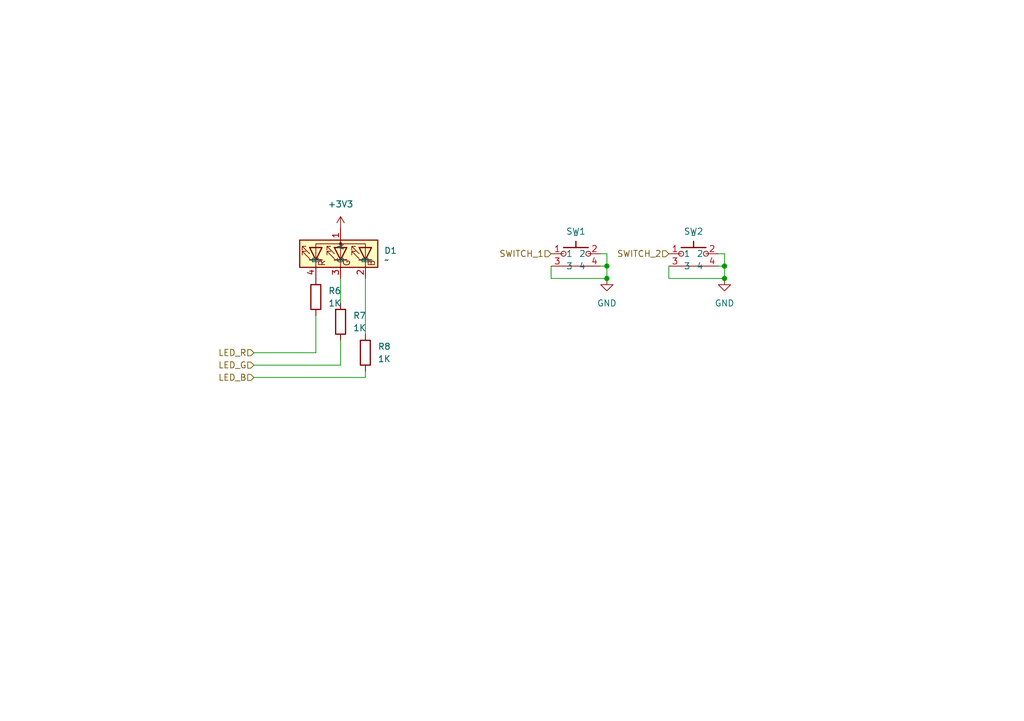
<source format=kicad_sch>
(kicad_sch (version 20250114) (generator "eeschema") (generator_version "9.0")
  (paper "A5")
  (lib_symbols
    (symbol "Device:R" (pin_numbers (hide yes)) (pin_names (offset 0))
      (property "Reference" "R" (at 2.032 0 90))
      (property "Value" "R" (at 0 0 90))
      (symbol "R_0_1"
        (rectangle (start -1.016 -2.54) (end 1.016 2.54) (stroke (width 0.254)))
      )
      (symbol "R_1_1"
        (pin passive line (at 0 3.81 270) (length 1.27) (name "~") (number "1"))
        (pin passive line (at 0 -3.81 90) (length 1.27) (name "~") (number "2"))
      )
    )
    (symbol "feeder:1TS003B-1400-3500A-CT"
      (property "Reference" "SW" (at -4.064 7.112 0))
      (symbol "1TS003B-1400-3500A-CT_0_1"
        (polyline (pts (xy -2.54 3.81) (xy 2.54 3.81)) (stroke (width 0.254)))
        (circle (center -2.54 2.54) (radius 0.508))
        (polyline (pts (xy -2.54 0) (xy 2.54 0)))
        (polyline (pts (xy 0 5.08) (xy 0 3.81)) (stroke (width 0.254)))
        (circle (center 2.54 2.54) (radius 0.508))
      )
      (symbol "1TS003B-1400-3500A-CT_1_1"
        (pin passive line (at -5.08 2.54 0) (length 2.54) (name "1") (number "1"))
        (pin passive line (at -5.08 0 0) (length 2.54) (name "3") (number "3"))
        (pin passive line (at 5.08 2.54 180) (length 2.54) (name "2") (number "2"))
        (pin passive line (at 5.08 0 180) (length 2.54) (name "4") (number "4"))
      )
    )
    (symbol "feeder:MHS110FRGBCT"
      (property "Reference" "U" (at 0 0 0))
      (symbol "MHS110FRGBCT_0_0"
        (text "R" (at -1.905 3.81 0) (effects (font (size 1.27 1.27))))
        (text "G" (at -1.905 -1.27 0) (effects (font (size 1.27 1.27))))
        (text "B" (at -1.905 -6.35 0) (effects (font (size 1.27 1.27))))
      )
      (symbol "MHS110FRGBCT_0_1"
        (polyline (pts (xy -1.27 6.35) (xy -1.27 3.81)) (stroke (width 0.254)))
        (polyline (pts (xy -1.27 6.35) (xy -1.27 3.81) (xy -1.27 3.81)))
        (polyline (pts (xy -1.27 5.08) (xy -2.54 5.08)))
        (polyline (pts (xy -1.27 5.08) (xy 1.27 5.08)))
        (polyline (pts (xy -1.27 1.27) (xy -1.27 -1.27)) (stroke (width 0.254)))
        (polyline (pts (xy -1.27 1.27) (xy -1.27 -1.27) (xy -1.27 -1.27)))
        (polyline (pts (xy -1.27 0) (xy -2.54 0)))
        (polyline (pts (xy -1.27 -3.81) (xy -1.27 -6.35)) (stroke (width 0.254)))
        (polyline (pts (xy -1.27 -5.08) (xy -2.54 -5.08)))
        (polyline (pts (xy -1.27 -5.08) (xy 1.27 -5.08)))
        (polyline (pts (xy -1.016 6.35) (xy 0.508 7.874) (xy -0.254 7.874) (xy 0.508 7.874) (xy 0.508 7.112)))
        (polyline (pts (xy -1.016 1.27) (xy 0.508 2.794) (xy -0.254 2.794) (xy 0.508 2.794) (xy 0.508 2.032)))
        (polyline (pts (xy -1.016 -3.81) (xy 0.508 -2.286) (xy -0.254 -2.286) (xy 0.508 -2.286) (xy 0.508 -3.048)))
        (polyline (pts (xy 0 6.35) (xy 1.524 7.874) (xy 0.762 7.874) (xy 1.524 7.874) (xy 1.524 7.112)))
        (polyline (pts (xy 0 1.27) (xy 1.524 2.794) (xy 0.762 2.794) (xy 1.524 2.794) (xy 1.524 2.032)))
        (polyline (pts (xy 0 -3.81) (xy 1.524 -2.286) (xy 0.762 -2.286) (xy 1.524 -2.286) (xy 1.524 -3.048)))
        (polyline (pts (xy 1.27 6.35) (xy 1.27 3.81) (xy -1.27 5.08) (xy 1.27 6.35)) (stroke (width 0.254)))
        (rectangle (start 1.27 6.35) (end 1.27 6.35))
        (rectangle (start 1.27 3.81) (end 1.27 6.35))
        (polyline (pts (xy 1.27 1.27) (xy 1.27 -1.27) (xy -1.27 0) (xy 1.27 1.27)) (stroke (width 0.254)))
        (rectangle (start 1.27 1.27) (end 1.27 1.27))
        (polyline (pts (xy 1.27 0) (xy -1.27 0)))
        (polyline (pts (xy 1.27 0) (xy 2.54 0)))
        (rectangle (start 1.27 -1.27) (end 1.27 1.27))
        (polyline (pts (xy 1.27 -3.81) (xy 1.27 -6.35) (xy -1.27 -5.08) (xy 1.27 -3.81)) (stroke (width 0.254)))
        (polyline (pts (xy 1.27 -5.08) (xy 2.032 -5.08) (xy 2.032 5.08) (xy 1.27 5.08)))
        (circle (center 2.032 0) (radius 0.254) (fill (type outline)))
        (rectangle (start 2.794 8.382) (end -2.794 -7.62) (stroke (width 0.254)) (fill (type background)))
      )
      (symbol "MHS110FRGBCT_1_1"
        (pin passive line (at -5.08 5.08 0) (length 2.54) (name "R") (number "4"))
        (pin passive line (at -5.08 0 0) (length 2.54) (name "G") (number "3"))
        (pin passive line (at -5.08 -5.08 0) (length 2.54) (name "B") (number "2"))
        (pin passive line (at 5.08 0 180) (length 2.54) (name "A") (number "1"))
      )
    )
    (symbol "power:GND" (power) (pin_numbers (hide yes)) (pin_names (offset 0) (hide yes))
      (property "Value" "GND" (at 0 -3.81 0))
      (symbol "GND_0_1"
        (polyline (pts (xy 0 0) (xy 0 -1.27) (xy 1.27 -1.27) (xy 0 -2.54) (xy -1.27 -1.27) (xy 0 -1.27)))
      )
      (symbol "GND_1_1"
        (pin power_in line (at 0 0 270) (length 0) (name "~") (number "1"))
      )
    )
    (symbol "power:VCC" (power) (pin_numbers (hide yes)) (pin_names (offset 0) (hide yes))
      (property "Value" "VCC" (at 0 3.556 0))
      (symbol "VCC_0_1"
        (polyline (pts (xy -0.762 1.27) (xy 0 2.54)))
        (polyline (pts (xy 0 2.54) (xy 0.762 1.27)))
        (polyline (pts (xy 0 0) (xy 0 2.54)))
      )
      (symbol "VCC_1_1"
        (pin power_in line (at 0 0 90) (length 0) (name "~") (number "1"))
      )
    )
  )
  (junction (at 124.46 54.61))
  (junction (at 148.59 57.15))
  (junction (at 148.59 54.61))
  (junction (at 124.46 57.15))
  (wire (pts (xy 113.03 57.15) (xy 124.46 57.15)))
  (wire (pts (xy 147.32 52.07) (xy 148.59 52.07)))
  (wire (pts (xy 74.93 77.47) (xy 74.93 76.2)))
  (wire (pts (xy 147.32 54.61) (xy 148.59 54.61)))
  (wire (pts (xy 123.19 54.61) (xy 124.46 54.61)))
  (wire (pts (xy 52.07 77.47) (xy 74.93 77.47)))
  (wire (pts (xy 64.77 72.39) (xy 64.77 64.77)))
  (wire (pts (xy 148.59 52.07) (xy 148.59 54.61)))
  (wire (pts (xy 123.19 52.07) (xy 124.46 52.07)))
  (wire (pts (xy 52.07 74.93) (xy 69.85 74.93)))
  (wire (pts (xy 137.16 57.15) (xy 148.59 57.15)))
  (wire (pts (xy 148.59 54.61) (xy 148.59 57.15)))
  (wire (pts (xy 74.93 68.58) (xy 74.93 57.15)))
  (wire (pts (xy 52.07 72.39) (xy 64.77 72.39)))
  (wire (pts (xy 69.85 62.23) (xy 69.85 57.15)))
  (wire (pts (xy 137.16 54.61) (xy 137.16 57.15)))
  (wire (pts (xy 124.46 54.61) (xy 124.46 57.15)))
  (wire (pts (xy 69.85 74.93) (xy 69.85 69.85)))
  (wire (pts (xy 124.46 52.07) (xy 124.46 54.61)))
  (wire (pts (xy 113.03 54.61) (xy 113.03 57.15)))
  (hierarchical_label "LED_R" (shape input) (at 52.07 72.39 180))
  (hierarchical_label "SWITCH_1" (shape input) (at 113.03 52.07 180))
  (hierarchical_label "LED_G" (shape input) (at 52.07 74.93 180))
  (hierarchical_label "LED_B" (shape input) (at 52.07 77.47 180))
  (hierarchical_label "SWITCH_2" (shape input) (at 137.16 52.07 180))
  (symbol (lib_id "Device:R") (at 69.85 66.04 0) (unit 1)
    (property "Reference" "R7" (at 72.39 64.7699 0) (effects (justify left)))
    (property "Value" "1K" (at 72.39 67.3099 0) (effects (justify left)))
    (property "Footprint" "Resistor_SMD:R_0603_1608Metric" (effects (hide yes)))
    (property "Datasheet" "Datasheet https://www.lcsc.com/datasheet/lcsc_datasheet_2411221126_UNI-ROYAL-Uniroyal-Elec-0603WAF1001T5E_C21190.pdf 0 0 Center Center 0 0" (effects (hide yes)))
    (property "Description" "100mW Thick Film Resistor 75V ±100ppm/℃ ±1% 1kΩ 0603 Chip Resistor - Surface Mount ROHS" (effects (hide yes)))
    (property "LCSC" "C21190" (effects (hide yes)))
    (property "Tape" "8x4" (effects (hide yes)))
    (property "#" "C21190" (effects (hide yes)))
    (property "Length" "1.6" (effects (hide yes)))
    (property "Width" ".8" (effects (hide yes)))
    (property "Height" ".45" (effects (hide yes)))
  )
  (symbol (lib_id "feeder:1TS003B-1400-3500A-CT") (at 142.24 54.61 0) (unit 1)
    (property "Reference" "SW2" (at 142.24 47.498 0))
    (property "Value" "~" (at 142.24 48.26 0))
    (property "Footprint" "feeder:1TS003B-1400-3500A-CT" (effects (hide yes)))
    (property "Datasheet" "https://www.lcsc.com/datasheet/lcsc_datasheet_2412091016_HYP--Hongyuan-Precision-1TS003B-1400-3500A-CT_C319392.pdf" (effects (hide yes)))
    (property "Description" "None Without bracket 50mA 4.6mm 50,000 times 140gf 12V 1.82mm 3.5mm Rectangle button Horizontal attachment SPST SMD,1.8x4.6mm Tactile Switches ROHS" (effects (hide yes)))
    (property "#" "C319392" (effects (hide yes)))
    (property "Tape" "12x8" (effects (hide yes)))
    (property "Height" "1.8" (effects (hide yes)))
    (property "Width" "4.6" (effects (hide yes)))
    (property "Length" "2.3" (effects (hide yes)))
    (property "LCSC" "C319392" (effects (hide yes)))
  )
  (symbol (lib_id "power:VCC") (at 69.85 46.99 0) (unit 1)
    (property "Reference" "#PWR017" (effects (hide yes)))
    (property "Value" "+3V3" (at 69.85 41.91 0))
    (property "Description" "Power symbol creates a global label with name \"VCC\"" (effects (hide yes)))
  )
  (symbol (lib_id "Device:R") (at 74.93 72.39 0) (unit 1)
    (property "Reference" "R8" (at 77.47 71.1199 0) (effects (justify left)))
    (property "Value" "1K" (at 77.47 73.6599 0) (effects (justify left)))
    (property "Footprint" "Resistor_SMD:R_0603_1608Metric" (effects (hide yes)))
    (property "Datasheet" "Datasheet https://www.lcsc.com/datasheet/lcsc_datasheet_2411221126_UNI-ROYAL-Uniroyal-Elec-0603WAF1001T5E_C21190.pdf 0 0 Center Center 0 0" (effects (hide yes)))
    (property "Description" "100mW Thick Film Resistor 75V ±100ppm/℃ ±1% 1kΩ 0603 Chip Resistor - Surface Mount ROHS" (effects (hide yes)))
    (property "LCSC" "C21190" (effects (hide yes)))
    (property "Tape" "8x4" (effects (hide yes)))
    (property "#" "C21190" (effects (hide yes)))
    (property "Length" "1.6" (effects (hide yes)))
    (property "Width" ".8" (effects (hide yes)))
    (property "Height" ".45" (effects (hide yes)))
  )
  (symbol (lib_id "feeder:MHS110FRGBCT") (at 69.85 52.07 90) (unit 1)
    (property "Reference" "D1" (at 78.74 51.4349 90) (effects (justify right)))
    (property "Value" "~" (at 78.74 53.34 90) (effects (justify right)))
    (property "Footprint" "feeder:MHS110FRGBCT" (effects (hide yes)))
    (property "Datasheet" "https://www.lcsc.com/datasheet/lcsc_datasheet_2409272202_MEIHUA-MHS110FRGBCT_C496820.pdf" (effects (hide yes)))
    (property "Description" "SMD,1.5x3.2mm RGB LEDs ROHS" (effects (hide yes)))
    (property "LCSC" "C496820" (effects (hide yes)))
    (property "#" "C496820" (effects (hide yes)))
    (property "Height" "1" (effects (hide yes)))
    (property "Width" "1.5" (effects (hide yes)))
    (property "Length" "3.2" (effects (hide yes)))
    (property "Tape" "8x4" (effects (hide yes)))
  )
  (symbol (lib_id "power:GND") (at 124.46 57.15 0) (unit 1)
    (property "Reference" "#PWR018" (effects (hide yes)))
    (property "Value" "GND" (at 124.46 62.23 0))
    (property "Description" "Power symbol creates a global label with name \"GND\" , ground" (effects (hide yes)))
  )
  (symbol (lib_id "feeder:1TS003B-1400-3500A-CT") (at 118.11 54.61 0) (unit 1)
    (property "Reference" "SW1" (at 118.11 47.498 0))
    (property "Value" "~" (at 118.11 48.26 0))
    (property "Footprint" "feeder:1TS003B-1400-3500A-CT" (effects (hide yes)))
    (property "Datasheet" "https://www.lcsc.com/datasheet/lcsc_datasheet_2412091016_HYP--Hongyuan-Precision-1TS003B-1400-3500A-CT_C319392.pdf" (effects (hide yes)))
    (property "Description" "None Without bracket 50mA 4.6mm 50,000 times 140gf 12V 1.82mm 3.5mm Rectangle button Horizontal attachment SPST SMD,1.8x4.6mm Tactile Switches ROHS" (effects (hide yes)))
    (property "#" "C319392" (effects (hide yes)))
    (property "Tape" "12x8" (effects (hide yes)))
    (property "Height" "1.8" (effects (hide yes)))
    (property "Length" "2.3" (effects (hide yes)))
    (property "Width" "4.6" (effects (hide yes)))
    (property "LCSC" "C319392" (effects (hide yes)))
  )
  (symbol (lib_id "Device:R") (at 64.77 60.96 0) (unit 1)
    (property "Reference" "R6" (at 67.31 59.6899 0) (effects (justify left)))
    (property "Value" "1K" (at 67.31 62.2299 0) (effects (justify left)))
    (property "Footprint" "Resistor_SMD:R_0603_1608Metric" (effects (hide yes)))
    (property "Datasheet" "https://www.lcsc.com/datasheet/lcsc_datasheet_2411221126_UNI-ROYAL-Uniroyal-Elec-0603WAF1001T5E_C21190.pdf" (effects (hide yes)))
    (property "Description" "100mW Thick Film Resistor 75V ±100ppm/℃ ±1% 1kΩ 0603 Chip Resistor - Surface Mount ROHS" (effects (hide yes)))
    (property "LCSC" "C21190" (effects (hide yes)))
    (property "Tape" "8x4" (effects (hide yes)))
    (property "#" "C21190" (effects (hide yes)))
    (property "Length" "1.6" (effects (hide yes)))
    (property "Width" ".8" (effects (hide yes)))
    (property "Height" ".45" (effects (hide yes)))
  )
  (symbol (lib_id "power:GND") (at 148.59 57.15 0) (unit 1)
    (property "Reference" "#PWR019" (effects (hide yes)))
    (property "Value" "GND" (at 148.59 62.23 0))
    (property "Description" "Power symbol creates a global label with name \"GND\" , ground" (effects (hide yes)))
  )
)
</source>
